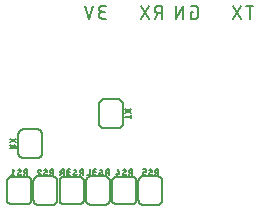
<source format=gbr>
G04 EAGLE Gerber RS-274X export*
G75*
%MOMM*%
%FSLAX34Y34*%
%LPD*%
%INSilkscreen Bottom*%
%IPPOS*%
%AMOC8*
5,1,8,0,0,1.08239X$1,22.5*%
G01*
G04 Define Apertures*
%ADD10C,0.203200*%
%ADD11C,0.127000*%
%ADD12C,0.152400*%
D10*
X301614Y276447D02*
X301614Y287115D01*
X298651Y287115D02*
X304578Y287115D01*
X294502Y276447D02*
X287390Y287115D01*
X294502Y287115D02*
X287390Y276447D01*
X253566Y282374D02*
X251788Y282374D01*
X251788Y276447D01*
X255344Y276447D01*
X255439Y276449D01*
X255535Y276455D01*
X255630Y276464D01*
X255724Y276478D01*
X255818Y276495D01*
X255911Y276516D01*
X256004Y276541D01*
X256095Y276569D01*
X256185Y276601D01*
X256273Y276637D01*
X256360Y276676D01*
X256446Y276719D01*
X256530Y276765D01*
X256611Y276814D01*
X256691Y276867D01*
X256768Y276923D01*
X256844Y276981D01*
X256916Y277043D01*
X256986Y277108D01*
X257054Y277176D01*
X257119Y277246D01*
X257181Y277318D01*
X257239Y277394D01*
X257295Y277471D01*
X257348Y277551D01*
X257397Y277633D01*
X257443Y277716D01*
X257486Y277802D01*
X257525Y277889D01*
X257561Y277977D01*
X257593Y278067D01*
X257621Y278158D01*
X257646Y278251D01*
X257667Y278344D01*
X257684Y278438D01*
X257698Y278532D01*
X257707Y278627D01*
X257713Y278723D01*
X257715Y278818D01*
X257715Y284745D01*
X257713Y284840D01*
X257707Y284936D01*
X257698Y285031D01*
X257684Y285125D01*
X257667Y285219D01*
X257646Y285312D01*
X257621Y285405D01*
X257593Y285496D01*
X257561Y285586D01*
X257525Y285674D01*
X257486Y285761D01*
X257443Y285847D01*
X257397Y285930D01*
X257348Y286012D01*
X257295Y286092D01*
X257239Y286169D01*
X257181Y286245D01*
X257119Y286317D01*
X257054Y286387D01*
X256986Y286455D01*
X256916Y286520D01*
X256844Y286582D01*
X256768Y286640D01*
X256691Y286696D01*
X256611Y286749D01*
X256530Y286798D01*
X256446Y286844D01*
X256360Y286887D01*
X256273Y286926D01*
X256185Y286962D01*
X256095Y286994D01*
X256004Y287022D01*
X255911Y287047D01*
X255818Y287068D01*
X255724Y287085D01*
X255630Y287099D01*
X255535Y287108D01*
X255440Y287114D01*
X255344Y287116D01*
X255344Y287115D02*
X251788Y287115D01*
X245523Y287115D02*
X245523Y276447D01*
X239596Y276447D02*
X245523Y287115D01*
X239596Y287115D02*
X239596Y276447D01*
X227124Y276447D02*
X227124Y287115D01*
X224161Y287115D01*
X224054Y287113D01*
X223947Y287107D01*
X223841Y287098D01*
X223735Y287084D01*
X223629Y287067D01*
X223524Y287046D01*
X223420Y287021D01*
X223317Y286992D01*
X223215Y286960D01*
X223114Y286924D01*
X223015Y286884D01*
X222917Y286841D01*
X222821Y286794D01*
X222726Y286744D01*
X222633Y286691D01*
X222543Y286634D01*
X222454Y286574D01*
X222368Y286511D01*
X222284Y286445D01*
X222202Y286375D01*
X222123Y286303D01*
X222047Y286228D01*
X221973Y286150D01*
X221903Y286070D01*
X221835Y285987D01*
X221770Y285902D01*
X221709Y285815D01*
X221650Y285725D01*
X221595Y285634D01*
X221543Y285540D01*
X221495Y285444D01*
X221450Y285347D01*
X221408Y285249D01*
X221371Y285149D01*
X221336Y285047D01*
X221306Y284945D01*
X221279Y284841D01*
X221256Y284737D01*
X221237Y284631D01*
X221222Y284525D01*
X221210Y284419D01*
X221202Y284312D01*
X221198Y284205D01*
X221198Y284099D01*
X221202Y283992D01*
X221210Y283885D01*
X221222Y283779D01*
X221237Y283673D01*
X221256Y283567D01*
X221279Y283463D01*
X221306Y283359D01*
X221336Y283257D01*
X221371Y283155D01*
X221408Y283055D01*
X221450Y282957D01*
X221495Y282860D01*
X221543Y282764D01*
X221595Y282671D01*
X221650Y282579D01*
X221709Y282489D01*
X221770Y282402D01*
X221835Y282317D01*
X221903Y282234D01*
X221973Y282154D01*
X222047Y282076D01*
X222123Y282001D01*
X222202Y281929D01*
X222284Y281859D01*
X222368Y281793D01*
X222454Y281730D01*
X222543Y281670D01*
X222633Y281613D01*
X222726Y281560D01*
X222821Y281510D01*
X222917Y281463D01*
X223015Y281420D01*
X223114Y281380D01*
X223215Y281344D01*
X223317Y281312D01*
X223420Y281283D01*
X223524Y281258D01*
X223629Y281237D01*
X223735Y281220D01*
X223841Y281206D01*
X223947Y281197D01*
X224054Y281191D01*
X224161Y281189D01*
X227124Y281189D01*
X223568Y281189D02*
X221198Y276447D01*
X216398Y276447D02*
X209286Y287115D01*
X216398Y287115D02*
X209286Y276447D01*
X179991Y276447D02*
X177028Y276447D01*
X177028Y276448D02*
X176921Y276450D01*
X176814Y276456D01*
X176708Y276465D01*
X176602Y276479D01*
X176496Y276496D01*
X176391Y276517D01*
X176287Y276542D01*
X176184Y276571D01*
X176082Y276603D01*
X175981Y276639D01*
X175882Y276679D01*
X175784Y276722D01*
X175688Y276769D01*
X175593Y276819D01*
X175500Y276872D01*
X175410Y276929D01*
X175321Y276989D01*
X175235Y277052D01*
X175151Y277118D01*
X175069Y277188D01*
X174990Y277260D01*
X174914Y277335D01*
X174840Y277413D01*
X174770Y277493D01*
X174702Y277576D01*
X174637Y277661D01*
X174576Y277748D01*
X174517Y277838D01*
X174462Y277930D01*
X174410Y278023D01*
X174362Y278119D01*
X174317Y278216D01*
X174275Y278314D01*
X174238Y278414D01*
X174203Y278516D01*
X174173Y278618D01*
X174146Y278722D01*
X174123Y278826D01*
X174104Y278932D01*
X174089Y279038D01*
X174077Y279144D01*
X174069Y279251D01*
X174065Y279358D01*
X174065Y279464D01*
X174069Y279571D01*
X174077Y279678D01*
X174089Y279784D01*
X174104Y279890D01*
X174123Y279996D01*
X174146Y280100D01*
X174173Y280204D01*
X174203Y280306D01*
X174238Y280408D01*
X174275Y280508D01*
X174317Y280606D01*
X174362Y280703D01*
X174410Y280799D01*
X174462Y280893D01*
X174517Y280984D01*
X174576Y281074D01*
X174637Y281161D01*
X174702Y281246D01*
X174770Y281329D01*
X174840Y281409D01*
X174914Y281487D01*
X174990Y281562D01*
X175069Y281634D01*
X175151Y281704D01*
X175235Y281770D01*
X175321Y281833D01*
X175410Y281893D01*
X175500Y281950D01*
X175593Y282003D01*
X175688Y282053D01*
X175784Y282100D01*
X175882Y282143D01*
X175981Y282183D01*
X176082Y282219D01*
X176184Y282251D01*
X176287Y282280D01*
X176391Y282305D01*
X176496Y282326D01*
X176602Y282343D01*
X176708Y282357D01*
X176814Y282366D01*
X176921Y282372D01*
X177028Y282374D01*
X176435Y287115D02*
X179991Y287115D01*
X176435Y287116D02*
X176338Y287114D01*
X176242Y287108D01*
X176146Y287098D01*
X176050Y287084D01*
X175955Y287067D01*
X175860Y287045D01*
X175767Y287020D01*
X175675Y286991D01*
X175584Y286958D01*
X175494Y286921D01*
X175406Y286881D01*
X175320Y286837D01*
X175236Y286790D01*
X175153Y286740D01*
X175073Y286686D01*
X174995Y286628D01*
X174919Y286568D01*
X174846Y286505D01*
X174776Y286439D01*
X174708Y286369D01*
X174643Y286298D01*
X174581Y286223D01*
X174523Y286146D01*
X174467Y286067D01*
X174415Y285986D01*
X174366Y285902D01*
X174320Y285817D01*
X174278Y285730D01*
X174240Y285641D01*
X174205Y285551D01*
X174174Y285459D01*
X174147Y285366D01*
X174123Y285273D01*
X174104Y285178D01*
X174088Y285082D01*
X174076Y284986D01*
X174068Y284890D01*
X174064Y284793D01*
X174064Y284697D01*
X174068Y284600D01*
X174076Y284504D01*
X174088Y284408D01*
X174104Y284312D01*
X174123Y284217D01*
X174147Y284124D01*
X174174Y284031D01*
X174205Y283939D01*
X174240Y283849D01*
X174278Y283760D01*
X174320Y283673D01*
X174366Y283588D01*
X174415Y283504D01*
X174467Y283423D01*
X174523Y283344D01*
X174581Y283267D01*
X174643Y283192D01*
X174708Y283121D01*
X174776Y283051D01*
X174846Y282985D01*
X174919Y282922D01*
X174995Y282862D01*
X175073Y282804D01*
X175153Y282750D01*
X175236Y282700D01*
X175320Y282653D01*
X175406Y282609D01*
X175494Y282569D01*
X175584Y282532D01*
X175675Y282499D01*
X175767Y282470D01*
X175860Y282445D01*
X175955Y282423D01*
X176050Y282406D01*
X176146Y282392D01*
X176242Y282382D01*
X176338Y282376D01*
X176435Y282374D01*
X178806Y282374D01*
X169154Y287115D02*
X165598Y276447D01*
X162042Y287115D01*
X138748Y138589D02*
X138748Y123349D01*
X123000Y118777D02*
X122867Y118779D01*
X122734Y118785D01*
X122602Y118794D01*
X122469Y118808D01*
X122337Y118825D01*
X122206Y118846D01*
X122075Y118871D01*
X121946Y118900D01*
X121817Y118933D01*
X121689Y118969D01*
X121562Y119009D01*
X121436Y119053D01*
X121312Y119100D01*
X121189Y119151D01*
X121068Y119205D01*
X120948Y119263D01*
X120830Y119325D01*
X120714Y119390D01*
X120600Y119458D01*
X120488Y119529D01*
X120378Y119604D01*
X120270Y119682D01*
X120164Y119763D01*
X120061Y119847D01*
X119961Y119934D01*
X119863Y120023D01*
X119767Y120116D01*
X119674Y120212D01*
X119585Y120310D01*
X119498Y120410D01*
X119414Y120513D01*
X119333Y120619D01*
X119255Y120727D01*
X119180Y120837D01*
X119109Y120949D01*
X119041Y121063D01*
X118976Y121179D01*
X118914Y121297D01*
X118856Y121417D01*
X118802Y121538D01*
X118751Y121661D01*
X118704Y121785D01*
X118660Y121911D01*
X118620Y122038D01*
X118584Y122166D01*
X118551Y122295D01*
X118522Y122424D01*
X118497Y122555D01*
X118476Y122686D01*
X118459Y122818D01*
X118445Y122951D01*
X118436Y123083D01*
X118430Y123216D01*
X118428Y123349D01*
X118428Y138589D02*
X118430Y138722D01*
X118436Y138855D01*
X118445Y138987D01*
X118459Y139120D01*
X118476Y139252D01*
X118497Y139383D01*
X118522Y139514D01*
X118551Y139643D01*
X118584Y139772D01*
X118620Y139900D01*
X118660Y140027D01*
X118704Y140153D01*
X118751Y140277D01*
X118802Y140400D01*
X118856Y140521D01*
X118914Y140641D01*
X118976Y140759D01*
X119041Y140875D01*
X119109Y140989D01*
X119180Y141101D01*
X119255Y141211D01*
X119333Y141319D01*
X119414Y141425D01*
X119498Y141528D01*
X119585Y141628D01*
X119674Y141726D01*
X119767Y141822D01*
X119863Y141915D01*
X119961Y142004D01*
X120061Y142091D01*
X120164Y142175D01*
X120270Y142256D01*
X120378Y142334D01*
X120488Y142409D01*
X120600Y142480D01*
X120714Y142548D01*
X120830Y142613D01*
X120948Y142675D01*
X121068Y142733D01*
X121189Y142787D01*
X121312Y142838D01*
X121436Y142885D01*
X121562Y142929D01*
X121689Y142969D01*
X121817Y143005D01*
X121946Y143038D01*
X122075Y143067D01*
X122206Y143092D01*
X122337Y143113D01*
X122469Y143130D01*
X122602Y143144D01*
X122734Y143153D01*
X122867Y143159D01*
X123000Y143161D01*
X134176Y143161D02*
X134309Y143159D01*
X134442Y143153D01*
X134574Y143144D01*
X134707Y143130D01*
X134839Y143113D01*
X134970Y143092D01*
X135101Y143067D01*
X135230Y143038D01*
X135359Y143005D01*
X135487Y142969D01*
X135614Y142929D01*
X135740Y142885D01*
X135864Y142838D01*
X135987Y142787D01*
X136108Y142733D01*
X136228Y142675D01*
X136346Y142613D01*
X136462Y142548D01*
X136576Y142480D01*
X136688Y142409D01*
X136798Y142334D01*
X136906Y142256D01*
X137012Y142175D01*
X137115Y142091D01*
X137215Y142004D01*
X137313Y141915D01*
X137409Y141822D01*
X137502Y141726D01*
X137591Y141628D01*
X137678Y141528D01*
X137762Y141425D01*
X137843Y141319D01*
X137921Y141211D01*
X137996Y141101D01*
X138067Y140989D01*
X138135Y140875D01*
X138200Y140759D01*
X138262Y140641D01*
X138320Y140521D01*
X138374Y140400D01*
X138425Y140277D01*
X138472Y140153D01*
X138516Y140027D01*
X138556Y139900D01*
X138592Y139772D01*
X138625Y139643D01*
X138654Y139514D01*
X138679Y139383D01*
X138700Y139252D01*
X138717Y139120D01*
X138731Y138987D01*
X138740Y138855D01*
X138746Y138722D01*
X138748Y138589D01*
X138748Y123349D02*
X138746Y123216D01*
X138740Y123083D01*
X138731Y122951D01*
X138717Y122818D01*
X138700Y122686D01*
X138679Y122555D01*
X138654Y122424D01*
X138625Y122295D01*
X138592Y122166D01*
X138556Y122038D01*
X138516Y121911D01*
X138472Y121785D01*
X138425Y121661D01*
X138374Y121538D01*
X138320Y121417D01*
X138262Y121297D01*
X138200Y121179D01*
X138135Y121063D01*
X138067Y120949D01*
X137996Y120837D01*
X137921Y120727D01*
X137843Y120619D01*
X137762Y120513D01*
X137678Y120410D01*
X137591Y120310D01*
X137502Y120212D01*
X137409Y120116D01*
X137313Y120023D01*
X137215Y119934D01*
X137115Y119847D01*
X137012Y119763D01*
X136906Y119682D01*
X136798Y119604D01*
X136688Y119529D01*
X136576Y119458D01*
X136462Y119390D01*
X136346Y119325D01*
X136228Y119263D01*
X136108Y119205D01*
X135987Y119151D01*
X135864Y119100D01*
X135740Y119053D01*
X135614Y119009D01*
X135487Y118969D01*
X135359Y118933D01*
X135230Y118900D01*
X135101Y118871D01*
X134970Y118846D01*
X134839Y118825D01*
X134707Y118808D01*
X134574Y118794D01*
X134442Y118785D01*
X134309Y118779D01*
X134176Y118777D01*
X123000Y118777D01*
X123000Y143161D02*
X134176Y143161D01*
X118428Y138589D02*
X118428Y123349D01*
D11*
X135200Y143828D02*
X135200Y148654D01*
X133859Y148654D01*
X133788Y148652D01*
X133716Y148646D01*
X133646Y148637D01*
X133576Y148624D01*
X133506Y148607D01*
X133438Y148586D01*
X133371Y148562D01*
X133305Y148534D01*
X133241Y148503D01*
X133178Y148468D01*
X133118Y148430D01*
X133059Y148389D01*
X133003Y148345D01*
X132949Y148298D01*
X132898Y148249D01*
X132850Y148196D01*
X132804Y148141D01*
X132762Y148084D01*
X132722Y148024D01*
X132686Y147963D01*
X132653Y147899D01*
X132624Y147834D01*
X132598Y147768D01*
X132575Y147700D01*
X132556Y147631D01*
X132541Y147561D01*
X132530Y147491D01*
X132522Y147420D01*
X132518Y147349D01*
X132518Y147277D01*
X132522Y147206D01*
X132530Y147135D01*
X132541Y147065D01*
X132556Y146995D01*
X132575Y146926D01*
X132598Y146858D01*
X132624Y146792D01*
X132653Y146727D01*
X132686Y146663D01*
X132722Y146602D01*
X132762Y146542D01*
X132804Y146485D01*
X132850Y146430D01*
X132898Y146377D01*
X132949Y146328D01*
X133003Y146281D01*
X133059Y146237D01*
X133118Y146196D01*
X133178Y146158D01*
X133241Y146123D01*
X133305Y146092D01*
X133371Y146064D01*
X133438Y146040D01*
X133506Y146019D01*
X133576Y146002D01*
X133646Y145989D01*
X133716Y145980D01*
X133788Y145974D01*
X133859Y145972D01*
X135200Y145972D01*
X133591Y145972D02*
X132519Y143828D01*
X128351Y143828D02*
X128286Y143830D01*
X128222Y143836D01*
X128158Y143846D01*
X128094Y143859D01*
X128032Y143877D01*
X127971Y143898D01*
X127911Y143922D01*
X127853Y143951D01*
X127796Y143983D01*
X127742Y144018D01*
X127690Y144056D01*
X127640Y144098D01*
X127593Y144142D01*
X127549Y144189D01*
X127507Y144239D01*
X127469Y144291D01*
X127434Y144345D01*
X127402Y144402D01*
X127373Y144460D01*
X127349Y144520D01*
X127328Y144581D01*
X127310Y144643D01*
X127297Y144707D01*
X127287Y144771D01*
X127281Y144835D01*
X127279Y144900D01*
X128351Y143827D02*
X128445Y143829D01*
X128539Y143835D01*
X128633Y143845D01*
X128726Y143858D01*
X128818Y143876D01*
X128910Y143897D01*
X129001Y143922D01*
X129091Y143951D01*
X129179Y143984D01*
X129266Y144020D01*
X129351Y144060D01*
X129435Y144103D01*
X129516Y144150D01*
X129596Y144200D01*
X129674Y144253D01*
X129749Y144310D01*
X129822Y144369D01*
X129892Y144432D01*
X129960Y144497D01*
X129825Y147581D02*
X129823Y147646D01*
X129817Y147710D01*
X129807Y147774D01*
X129794Y147838D01*
X129776Y147900D01*
X129755Y147961D01*
X129731Y148021D01*
X129702Y148079D01*
X129670Y148136D01*
X129635Y148190D01*
X129597Y148242D01*
X129555Y148292D01*
X129511Y148339D01*
X129464Y148383D01*
X129414Y148425D01*
X129362Y148463D01*
X129308Y148498D01*
X129251Y148530D01*
X129193Y148559D01*
X129133Y148583D01*
X129072Y148604D01*
X129010Y148622D01*
X128946Y148635D01*
X128882Y148645D01*
X128818Y148651D01*
X128753Y148653D01*
X128753Y148654D02*
X128667Y148652D01*
X128581Y148647D01*
X128495Y148637D01*
X128410Y148624D01*
X128325Y148608D01*
X128241Y148588D01*
X128158Y148564D01*
X128076Y148537D01*
X127996Y148506D01*
X127916Y148472D01*
X127839Y148434D01*
X127763Y148393D01*
X127689Y148349D01*
X127616Y148302D01*
X127546Y148252D01*
X129290Y146643D02*
X129343Y146676D01*
X129394Y146713D01*
X129443Y146752D01*
X129490Y146794D01*
X129534Y146839D01*
X129575Y146886D01*
X129614Y146935D01*
X129650Y146987D01*
X129683Y147041D01*
X129712Y147096D01*
X129738Y147153D01*
X129761Y147212D01*
X129781Y147271D01*
X129797Y147332D01*
X129810Y147393D01*
X129819Y147456D01*
X129824Y147518D01*
X129826Y147581D01*
X127815Y145838D02*
X127762Y145805D01*
X127711Y145768D01*
X127662Y145729D01*
X127615Y145687D01*
X127571Y145642D01*
X127530Y145595D01*
X127491Y145546D01*
X127455Y145494D01*
X127422Y145440D01*
X127393Y145385D01*
X127367Y145328D01*
X127344Y145269D01*
X127324Y145210D01*
X127308Y145149D01*
X127295Y145088D01*
X127286Y145025D01*
X127281Y144963D01*
X127279Y144900D01*
X127815Y145838D02*
X129290Y146643D01*
X123182Y148654D02*
X123114Y148652D01*
X123047Y148646D01*
X122980Y148637D01*
X122913Y148624D01*
X122848Y148607D01*
X122783Y148586D01*
X122720Y148562D01*
X122658Y148534D01*
X122598Y148503D01*
X122540Y148469D01*
X122484Y148431D01*
X122429Y148391D01*
X122378Y148347D01*
X122329Y148300D01*
X122282Y148251D01*
X122238Y148200D01*
X122198Y148145D01*
X122160Y148089D01*
X122126Y148031D01*
X122095Y147971D01*
X122067Y147909D01*
X122043Y147846D01*
X122022Y147781D01*
X122005Y147716D01*
X121992Y147649D01*
X121983Y147582D01*
X121977Y147515D01*
X121975Y147447D01*
X123182Y148654D02*
X123260Y148652D01*
X123338Y148646D01*
X123415Y148636D01*
X123492Y148623D01*
X123568Y148605D01*
X123643Y148584D01*
X123717Y148559D01*
X123789Y148530D01*
X123860Y148498D01*
X123929Y148462D01*
X123997Y148423D01*
X124062Y148380D01*
X124125Y148334D01*
X124186Y148285D01*
X124244Y148233D01*
X124299Y148178D01*
X124352Y148121D01*
X124401Y148061D01*
X124448Y147998D01*
X124491Y147933D01*
X124531Y147867D01*
X124568Y147798D01*
X124601Y147727D01*
X124631Y147655D01*
X124657Y147581D01*
X122377Y146509D02*
X122328Y146558D01*
X122281Y146610D01*
X122238Y146665D01*
X122197Y146722D01*
X122159Y146781D01*
X122125Y146842D01*
X122094Y146905D01*
X122066Y146969D01*
X122042Y147035D01*
X122022Y147101D01*
X122005Y147169D01*
X121992Y147238D01*
X121983Y147307D01*
X121977Y147377D01*
X121975Y147447D01*
X122377Y146509D02*
X124656Y143828D01*
X121975Y143828D01*
D10*
X183198Y138589D02*
X183198Y123349D01*
X167450Y118777D02*
X167317Y118779D01*
X167184Y118785D01*
X167052Y118794D01*
X166919Y118808D01*
X166787Y118825D01*
X166656Y118846D01*
X166525Y118871D01*
X166396Y118900D01*
X166267Y118933D01*
X166139Y118969D01*
X166012Y119009D01*
X165886Y119053D01*
X165762Y119100D01*
X165639Y119151D01*
X165518Y119205D01*
X165398Y119263D01*
X165280Y119325D01*
X165164Y119390D01*
X165050Y119458D01*
X164938Y119529D01*
X164828Y119604D01*
X164720Y119682D01*
X164614Y119763D01*
X164511Y119847D01*
X164411Y119934D01*
X164313Y120023D01*
X164217Y120116D01*
X164124Y120212D01*
X164035Y120310D01*
X163948Y120410D01*
X163864Y120513D01*
X163783Y120619D01*
X163705Y120727D01*
X163630Y120837D01*
X163559Y120949D01*
X163491Y121063D01*
X163426Y121179D01*
X163364Y121297D01*
X163306Y121417D01*
X163252Y121538D01*
X163201Y121661D01*
X163154Y121785D01*
X163110Y121911D01*
X163070Y122038D01*
X163034Y122166D01*
X163001Y122295D01*
X162972Y122424D01*
X162947Y122555D01*
X162926Y122686D01*
X162909Y122818D01*
X162895Y122951D01*
X162886Y123083D01*
X162880Y123216D01*
X162878Y123349D01*
X162878Y138589D02*
X162880Y138722D01*
X162886Y138855D01*
X162895Y138987D01*
X162909Y139120D01*
X162926Y139252D01*
X162947Y139383D01*
X162972Y139514D01*
X163001Y139643D01*
X163034Y139772D01*
X163070Y139900D01*
X163110Y140027D01*
X163154Y140153D01*
X163201Y140277D01*
X163252Y140400D01*
X163306Y140521D01*
X163364Y140641D01*
X163426Y140759D01*
X163491Y140875D01*
X163559Y140989D01*
X163630Y141101D01*
X163705Y141211D01*
X163783Y141319D01*
X163864Y141425D01*
X163948Y141528D01*
X164035Y141628D01*
X164124Y141726D01*
X164217Y141822D01*
X164313Y141915D01*
X164411Y142004D01*
X164511Y142091D01*
X164614Y142175D01*
X164720Y142256D01*
X164828Y142334D01*
X164938Y142409D01*
X165050Y142480D01*
X165164Y142548D01*
X165280Y142613D01*
X165398Y142675D01*
X165518Y142733D01*
X165639Y142787D01*
X165762Y142838D01*
X165886Y142885D01*
X166012Y142929D01*
X166139Y142969D01*
X166267Y143005D01*
X166396Y143038D01*
X166525Y143067D01*
X166656Y143092D01*
X166787Y143113D01*
X166919Y143130D01*
X167052Y143144D01*
X167184Y143153D01*
X167317Y143159D01*
X167450Y143161D01*
X178626Y143161D02*
X178759Y143159D01*
X178892Y143153D01*
X179024Y143144D01*
X179157Y143130D01*
X179289Y143113D01*
X179420Y143092D01*
X179551Y143067D01*
X179680Y143038D01*
X179809Y143005D01*
X179937Y142969D01*
X180064Y142929D01*
X180190Y142885D01*
X180314Y142838D01*
X180437Y142787D01*
X180558Y142733D01*
X180678Y142675D01*
X180796Y142613D01*
X180912Y142548D01*
X181026Y142480D01*
X181138Y142409D01*
X181248Y142334D01*
X181356Y142256D01*
X181462Y142175D01*
X181565Y142091D01*
X181665Y142004D01*
X181763Y141915D01*
X181859Y141822D01*
X181952Y141726D01*
X182041Y141628D01*
X182128Y141528D01*
X182212Y141425D01*
X182293Y141319D01*
X182371Y141211D01*
X182446Y141101D01*
X182517Y140989D01*
X182585Y140875D01*
X182650Y140759D01*
X182712Y140641D01*
X182770Y140521D01*
X182824Y140400D01*
X182875Y140277D01*
X182922Y140153D01*
X182966Y140027D01*
X183006Y139900D01*
X183042Y139772D01*
X183075Y139643D01*
X183104Y139514D01*
X183129Y139383D01*
X183150Y139252D01*
X183167Y139120D01*
X183181Y138987D01*
X183190Y138855D01*
X183196Y138722D01*
X183198Y138589D01*
X183198Y123349D02*
X183196Y123216D01*
X183190Y123083D01*
X183181Y122951D01*
X183167Y122818D01*
X183150Y122686D01*
X183129Y122555D01*
X183104Y122424D01*
X183075Y122295D01*
X183042Y122166D01*
X183006Y122038D01*
X182966Y121911D01*
X182922Y121785D01*
X182875Y121661D01*
X182824Y121538D01*
X182770Y121417D01*
X182712Y121297D01*
X182650Y121179D01*
X182585Y121063D01*
X182517Y120949D01*
X182446Y120837D01*
X182371Y120727D01*
X182293Y120619D01*
X182212Y120513D01*
X182128Y120410D01*
X182041Y120310D01*
X181952Y120212D01*
X181859Y120116D01*
X181763Y120023D01*
X181665Y119934D01*
X181565Y119847D01*
X181462Y119763D01*
X181356Y119682D01*
X181248Y119604D01*
X181138Y119529D01*
X181026Y119458D01*
X180912Y119390D01*
X180796Y119325D01*
X180678Y119263D01*
X180558Y119205D01*
X180437Y119151D01*
X180314Y119100D01*
X180190Y119053D01*
X180064Y119009D01*
X179937Y118969D01*
X179809Y118933D01*
X179680Y118900D01*
X179551Y118871D01*
X179420Y118846D01*
X179289Y118825D01*
X179157Y118808D01*
X179024Y118794D01*
X178892Y118785D01*
X178759Y118779D01*
X178626Y118777D01*
X167450Y118777D01*
X167450Y143161D02*
X178626Y143161D01*
X162878Y138589D02*
X162878Y123349D01*
D11*
X182226Y143828D02*
X182226Y148654D01*
X180885Y148654D01*
X180814Y148652D01*
X180742Y148646D01*
X180672Y148637D01*
X180602Y148624D01*
X180532Y148607D01*
X180464Y148586D01*
X180397Y148562D01*
X180331Y148534D01*
X180267Y148503D01*
X180204Y148468D01*
X180144Y148430D01*
X180085Y148389D01*
X180029Y148345D01*
X179975Y148298D01*
X179924Y148249D01*
X179876Y148196D01*
X179830Y148141D01*
X179788Y148084D01*
X179748Y148024D01*
X179712Y147963D01*
X179679Y147899D01*
X179650Y147834D01*
X179624Y147768D01*
X179601Y147700D01*
X179582Y147631D01*
X179567Y147561D01*
X179556Y147491D01*
X179548Y147420D01*
X179544Y147349D01*
X179544Y147277D01*
X179548Y147206D01*
X179556Y147135D01*
X179567Y147065D01*
X179582Y146995D01*
X179601Y146926D01*
X179624Y146858D01*
X179650Y146792D01*
X179679Y146727D01*
X179712Y146663D01*
X179748Y146602D01*
X179788Y146542D01*
X179830Y146485D01*
X179876Y146430D01*
X179924Y146377D01*
X179975Y146328D01*
X180029Y146281D01*
X180085Y146237D01*
X180144Y146196D01*
X180204Y146158D01*
X180267Y146123D01*
X180331Y146092D01*
X180397Y146064D01*
X180464Y146040D01*
X180532Y146019D01*
X180602Y146002D01*
X180672Y145989D01*
X180742Y145980D01*
X180814Y145974D01*
X180885Y145972D01*
X182226Y145972D01*
X180617Y145972D02*
X179545Y143828D01*
X175378Y143828D02*
X175313Y143830D01*
X175249Y143836D01*
X175185Y143846D01*
X175121Y143859D01*
X175059Y143877D01*
X174998Y143898D01*
X174938Y143922D01*
X174880Y143951D01*
X174823Y143983D01*
X174769Y144018D01*
X174717Y144056D01*
X174667Y144098D01*
X174620Y144142D01*
X174576Y144189D01*
X174534Y144239D01*
X174496Y144291D01*
X174461Y144345D01*
X174429Y144402D01*
X174400Y144460D01*
X174376Y144520D01*
X174355Y144581D01*
X174337Y144643D01*
X174324Y144707D01*
X174314Y144771D01*
X174308Y144835D01*
X174306Y144900D01*
X175378Y143827D02*
X175472Y143829D01*
X175566Y143835D01*
X175660Y143845D01*
X175753Y143858D01*
X175845Y143876D01*
X175937Y143897D01*
X176028Y143922D01*
X176118Y143951D01*
X176206Y143984D01*
X176293Y144020D01*
X176378Y144060D01*
X176462Y144103D01*
X176543Y144150D01*
X176623Y144200D01*
X176701Y144253D01*
X176776Y144310D01*
X176849Y144369D01*
X176919Y144432D01*
X176987Y144497D01*
X176852Y147581D02*
X176850Y147646D01*
X176844Y147710D01*
X176834Y147774D01*
X176821Y147838D01*
X176803Y147900D01*
X176782Y147961D01*
X176758Y148021D01*
X176729Y148079D01*
X176697Y148136D01*
X176662Y148190D01*
X176624Y148242D01*
X176582Y148292D01*
X176538Y148339D01*
X176491Y148383D01*
X176441Y148425D01*
X176389Y148463D01*
X176335Y148498D01*
X176278Y148530D01*
X176220Y148559D01*
X176160Y148583D01*
X176099Y148604D01*
X176037Y148622D01*
X175973Y148635D01*
X175909Y148645D01*
X175845Y148651D01*
X175780Y148653D01*
X175780Y148654D02*
X175694Y148652D01*
X175608Y148647D01*
X175522Y148637D01*
X175437Y148624D01*
X175352Y148608D01*
X175268Y148588D01*
X175185Y148564D01*
X175103Y148537D01*
X175023Y148506D01*
X174943Y148472D01*
X174866Y148434D01*
X174790Y148393D01*
X174716Y148349D01*
X174643Y148302D01*
X174573Y148252D01*
X176316Y146643D02*
X176369Y146676D01*
X176420Y146713D01*
X176469Y146752D01*
X176516Y146794D01*
X176560Y146839D01*
X176601Y146886D01*
X176640Y146935D01*
X176676Y146987D01*
X176709Y147041D01*
X176738Y147096D01*
X176764Y147153D01*
X176787Y147212D01*
X176807Y147271D01*
X176823Y147332D01*
X176836Y147393D01*
X176845Y147456D01*
X176850Y147518D01*
X176852Y147581D01*
X174841Y145838D02*
X174788Y145805D01*
X174737Y145768D01*
X174688Y145729D01*
X174641Y145687D01*
X174597Y145642D01*
X174556Y145595D01*
X174517Y145546D01*
X174481Y145494D01*
X174448Y145440D01*
X174419Y145385D01*
X174393Y145328D01*
X174370Y145269D01*
X174350Y145210D01*
X174334Y145149D01*
X174321Y145088D01*
X174312Y145025D01*
X174307Y144963D01*
X174305Y144900D01*
X174841Y145838D02*
X176316Y146643D01*
X171683Y143828D02*
X170342Y143828D01*
X170342Y143827D02*
X170271Y143829D01*
X170199Y143835D01*
X170129Y143844D01*
X170059Y143857D01*
X169989Y143874D01*
X169921Y143895D01*
X169854Y143919D01*
X169788Y143947D01*
X169724Y143978D01*
X169661Y144013D01*
X169601Y144051D01*
X169542Y144092D01*
X169486Y144136D01*
X169432Y144183D01*
X169381Y144232D01*
X169333Y144285D01*
X169287Y144340D01*
X169245Y144397D01*
X169205Y144457D01*
X169169Y144518D01*
X169136Y144582D01*
X169107Y144647D01*
X169081Y144713D01*
X169058Y144781D01*
X169039Y144850D01*
X169024Y144920D01*
X169013Y144990D01*
X169005Y145061D01*
X169001Y145132D01*
X169001Y145204D01*
X169005Y145275D01*
X169013Y145346D01*
X169024Y145416D01*
X169039Y145486D01*
X169058Y145555D01*
X169081Y145623D01*
X169107Y145689D01*
X169136Y145754D01*
X169169Y145818D01*
X169205Y145879D01*
X169245Y145939D01*
X169287Y145996D01*
X169333Y146051D01*
X169381Y146104D01*
X169432Y146153D01*
X169486Y146200D01*
X169542Y146244D01*
X169601Y146285D01*
X169661Y146323D01*
X169724Y146358D01*
X169788Y146389D01*
X169854Y146417D01*
X169921Y146441D01*
X169989Y146462D01*
X170059Y146479D01*
X170129Y146492D01*
X170199Y146501D01*
X170271Y146507D01*
X170342Y146509D01*
X170074Y148654D02*
X171683Y148654D01*
X170074Y148653D02*
X170009Y148651D01*
X169945Y148645D01*
X169881Y148635D01*
X169817Y148622D01*
X169755Y148604D01*
X169694Y148583D01*
X169634Y148559D01*
X169576Y148530D01*
X169519Y148498D01*
X169465Y148463D01*
X169413Y148425D01*
X169363Y148383D01*
X169316Y148339D01*
X169272Y148292D01*
X169230Y148242D01*
X169192Y148190D01*
X169157Y148136D01*
X169125Y148079D01*
X169096Y148021D01*
X169072Y147961D01*
X169051Y147900D01*
X169033Y147838D01*
X169020Y147774D01*
X169010Y147710D01*
X169004Y147646D01*
X169002Y147581D01*
X169004Y147516D01*
X169010Y147452D01*
X169020Y147388D01*
X169033Y147324D01*
X169051Y147262D01*
X169072Y147201D01*
X169096Y147141D01*
X169125Y147083D01*
X169157Y147026D01*
X169192Y146972D01*
X169230Y146920D01*
X169272Y146870D01*
X169316Y146823D01*
X169363Y146779D01*
X169413Y146737D01*
X169465Y146699D01*
X169519Y146664D01*
X169576Y146632D01*
X169634Y146603D01*
X169694Y146579D01*
X169755Y146558D01*
X169817Y146540D01*
X169881Y146527D01*
X169945Y146517D01*
X170009Y146511D01*
X170074Y146509D01*
X171146Y146509D01*
X165994Y148654D02*
X165994Y143828D01*
X163849Y143828D01*
D12*
X160973Y139605D02*
X160973Y122333D01*
X143193Y119793D02*
X143093Y119795D01*
X142994Y119801D01*
X142894Y119811D01*
X142796Y119824D01*
X142697Y119842D01*
X142600Y119863D01*
X142504Y119888D01*
X142408Y119917D01*
X142314Y119950D01*
X142221Y119986D01*
X142130Y120026D01*
X142040Y120070D01*
X141952Y120117D01*
X141866Y120167D01*
X141782Y120221D01*
X141700Y120278D01*
X141621Y120338D01*
X141543Y120402D01*
X141469Y120468D01*
X141397Y120537D01*
X141328Y120609D01*
X141262Y120683D01*
X141198Y120761D01*
X141138Y120840D01*
X141081Y120922D01*
X141027Y121006D01*
X140977Y121092D01*
X140930Y121180D01*
X140886Y121270D01*
X140846Y121361D01*
X140810Y121454D01*
X140777Y121548D01*
X140748Y121644D01*
X140723Y121740D01*
X140702Y121837D01*
X140684Y121936D01*
X140671Y122034D01*
X140661Y122134D01*
X140655Y122233D01*
X140653Y122333D01*
X140653Y139605D02*
X140655Y139705D01*
X140661Y139804D01*
X140671Y139904D01*
X140684Y140002D01*
X140702Y140101D01*
X140723Y140198D01*
X140748Y140294D01*
X140777Y140390D01*
X140810Y140484D01*
X140846Y140577D01*
X140886Y140668D01*
X140930Y140758D01*
X140977Y140846D01*
X141027Y140932D01*
X141081Y141016D01*
X141138Y141098D01*
X141198Y141177D01*
X141262Y141255D01*
X141328Y141329D01*
X141397Y141401D01*
X141469Y141470D01*
X141543Y141536D01*
X141621Y141600D01*
X141700Y141660D01*
X141782Y141717D01*
X141866Y141771D01*
X141952Y141821D01*
X142040Y141868D01*
X142130Y141912D01*
X142221Y141952D01*
X142314Y141988D01*
X142408Y142021D01*
X142504Y142050D01*
X142600Y142075D01*
X142697Y142096D01*
X142796Y142114D01*
X142894Y142127D01*
X142994Y142137D01*
X143093Y142143D01*
X143193Y142145D01*
X158433Y142145D02*
X158533Y142143D01*
X158632Y142137D01*
X158732Y142127D01*
X158830Y142114D01*
X158929Y142096D01*
X159026Y142075D01*
X159122Y142050D01*
X159218Y142021D01*
X159312Y141988D01*
X159405Y141952D01*
X159496Y141912D01*
X159586Y141868D01*
X159674Y141821D01*
X159760Y141771D01*
X159844Y141717D01*
X159926Y141660D01*
X160005Y141600D01*
X160083Y141536D01*
X160157Y141470D01*
X160229Y141401D01*
X160298Y141329D01*
X160364Y141255D01*
X160428Y141177D01*
X160488Y141098D01*
X160545Y141016D01*
X160599Y140932D01*
X160649Y140846D01*
X160696Y140758D01*
X160740Y140668D01*
X160780Y140577D01*
X160816Y140484D01*
X160849Y140390D01*
X160878Y140294D01*
X160903Y140198D01*
X160924Y140101D01*
X160942Y140002D01*
X160955Y139904D01*
X160965Y139804D01*
X160971Y139705D01*
X160973Y139605D01*
X160973Y122333D02*
X160971Y122233D01*
X160965Y122134D01*
X160955Y122034D01*
X160942Y121936D01*
X160924Y121837D01*
X160903Y121740D01*
X160878Y121644D01*
X160849Y121548D01*
X160816Y121454D01*
X160780Y121361D01*
X160740Y121270D01*
X160696Y121180D01*
X160649Y121092D01*
X160599Y121006D01*
X160545Y120922D01*
X160488Y120840D01*
X160428Y120761D01*
X160364Y120683D01*
X160298Y120609D01*
X160229Y120537D01*
X160157Y120468D01*
X160083Y120402D01*
X160005Y120338D01*
X159926Y120278D01*
X159844Y120221D01*
X159760Y120167D01*
X159674Y120117D01*
X159586Y120070D01*
X159496Y120026D01*
X159405Y119986D01*
X159312Y119950D01*
X159218Y119917D01*
X159122Y119888D01*
X159026Y119863D01*
X158929Y119842D01*
X158830Y119824D01*
X158732Y119811D01*
X158632Y119801D01*
X158533Y119795D01*
X158433Y119793D01*
X143193Y119793D01*
X143193Y142145D02*
X158433Y142145D01*
X140653Y139605D02*
X140653Y122333D01*
D11*
X160291Y143828D02*
X160291Y148654D01*
X158951Y148654D01*
X158880Y148652D01*
X158808Y148646D01*
X158738Y148637D01*
X158668Y148624D01*
X158598Y148607D01*
X158530Y148586D01*
X158463Y148562D01*
X158397Y148534D01*
X158333Y148503D01*
X158270Y148468D01*
X158210Y148430D01*
X158151Y148389D01*
X158095Y148345D01*
X158041Y148298D01*
X157990Y148249D01*
X157942Y148196D01*
X157896Y148141D01*
X157854Y148084D01*
X157814Y148024D01*
X157778Y147963D01*
X157745Y147899D01*
X157716Y147834D01*
X157690Y147768D01*
X157667Y147700D01*
X157648Y147631D01*
X157633Y147561D01*
X157622Y147491D01*
X157614Y147420D01*
X157610Y147349D01*
X157610Y147277D01*
X157614Y147206D01*
X157622Y147135D01*
X157633Y147065D01*
X157648Y146995D01*
X157667Y146926D01*
X157690Y146858D01*
X157716Y146792D01*
X157745Y146727D01*
X157778Y146663D01*
X157814Y146602D01*
X157854Y146542D01*
X157896Y146485D01*
X157942Y146430D01*
X157990Y146377D01*
X158041Y146328D01*
X158095Y146281D01*
X158151Y146237D01*
X158210Y146196D01*
X158270Y146158D01*
X158333Y146123D01*
X158397Y146092D01*
X158463Y146064D01*
X158530Y146040D01*
X158598Y146019D01*
X158668Y146002D01*
X158738Y145989D01*
X158808Y145980D01*
X158880Y145974D01*
X158951Y145972D01*
X160291Y145972D01*
X158682Y145972D02*
X157610Y143828D01*
X153443Y143828D02*
X153378Y143830D01*
X153314Y143836D01*
X153250Y143846D01*
X153186Y143859D01*
X153124Y143877D01*
X153063Y143898D01*
X153003Y143922D01*
X152945Y143951D01*
X152888Y143983D01*
X152834Y144018D01*
X152782Y144056D01*
X152732Y144098D01*
X152685Y144142D01*
X152641Y144189D01*
X152599Y144239D01*
X152561Y144291D01*
X152526Y144345D01*
X152494Y144402D01*
X152465Y144460D01*
X152441Y144520D01*
X152420Y144581D01*
X152402Y144643D01*
X152389Y144707D01*
X152379Y144771D01*
X152373Y144835D01*
X152371Y144900D01*
X153443Y143827D02*
X153537Y143829D01*
X153631Y143835D01*
X153725Y143845D01*
X153818Y143858D01*
X153910Y143876D01*
X154002Y143897D01*
X154093Y143922D01*
X154183Y143951D01*
X154271Y143984D01*
X154358Y144020D01*
X154443Y144060D01*
X154527Y144103D01*
X154608Y144150D01*
X154688Y144200D01*
X154766Y144253D01*
X154841Y144310D01*
X154914Y144369D01*
X154984Y144432D01*
X155052Y144497D01*
X154917Y147581D02*
X154915Y147646D01*
X154909Y147710D01*
X154899Y147774D01*
X154886Y147838D01*
X154868Y147900D01*
X154847Y147961D01*
X154823Y148021D01*
X154794Y148079D01*
X154762Y148136D01*
X154727Y148190D01*
X154689Y148242D01*
X154647Y148292D01*
X154603Y148339D01*
X154556Y148383D01*
X154506Y148425D01*
X154454Y148463D01*
X154400Y148498D01*
X154343Y148530D01*
X154285Y148559D01*
X154225Y148583D01*
X154164Y148604D01*
X154102Y148622D01*
X154038Y148635D01*
X153974Y148645D01*
X153910Y148651D01*
X153845Y148653D01*
X153845Y148654D02*
X153759Y148652D01*
X153673Y148647D01*
X153587Y148637D01*
X153502Y148624D01*
X153417Y148608D01*
X153333Y148588D01*
X153250Y148564D01*
X153168Y148537D01*
X153088Y148506D01*
X153008Y148472D01*
X152931Y148434D01*
X152855Y148393D01*
X152781Y148349D01*
X152708Y148302D01*
X152638Y148252D01*
X154381Y146643D02*
X154434Y146676D01*
X154485Y146713D01*
X154534Y146752D01*
X154581Y146794D01*
X154625Y146839D01*
X154666Y146886D01*
X154705Y146935D01*
X154741Y146987D01*
X154774Y147041D01*
X154803Y147096D01*
X154829Y147153D01*
X154852Y147212D01*
X154872Y147271D01*
X154888Y147332D01*
X154901Y147393D01*
X154910Y147456D01*
X154915Y147518D01*
X154917Y147581D01*
X152906Y145838D02*
X152853Y145805D01*
X152802Y145768D01*
X152753Y145729D01*
X152706Y145687D01*
X152662Y145642D01*
X152621Y145595D01*
X152582Y145546D01*
X152546Y145494D01*
X152513Y145440D01*
X152484Y145385D01*
X152458Y145328D01*
X152435Y145269D01*
X152415Y145210D01*
X152399Y145149D01*
X152386Y145088D01*
X152377Y145025D01*
X152372Y144963D01*
X152370Y144900D01*
X152906Y145838D02*
X154381Y146643D01*
X149748Y143828D02*
X148407Y143828D01*
X148407Y143827D02*
X148336Y143829D01*
X148264Y143835D01*
X148194Y143844D01*
X148124Y143857D01*
X148054Y143874D01*
X147986Y143895D01*
X147919Y143919D01*
X147853Y143947D01*
X147789Y143978D01*
X147726Y144013D01*
X147666Y144051D01*
X147607Y144092D01*
X147551Y144136D01*
X147497Y144183D01*
X147446Y144232D01*
X147398Y144285D01*
X147352Y144340D01*
X147310Y144397D01*
X147270Y144457D01*
X147234Y144518D01*
X147201Y144582D01*
X147172Y144647D01*
X147146Y144713D01*
X147123Y144781D01*
X147104Y144850D01*
X147089Y144920D01*
X147078Y144990D01*
X147070Y145061D01*
X147066Y145132D01*
X147066Y145204D01*
X147070Y145275D01*
X147078Y145346D01*
X147089Y145416D01*
X147104Y145486D01*
X147123Y145555D01*
X147146Y145623D01*
X147172Y145689D01*
X147201Y145754D01*
X147234Y145818D01*
X147270Y145879D01*
X147310Y145939D01*
X147352Y145996D01*
X147398Y146051D01*
X147446Y146104D01*
X147497Y146153D01*
X147551Y146200D01*
X147607Y146244D01*
X147666Y146285D01*
X147726Y146323D01*
X147789Y146358D01*
X147853Y146389D01*
X147919Y146417D01*
X147986Y146441D01*
X148054Y146462D01*
X148124Y146479D01*
X148194Y146492D01*
X148264Y146501D01*
X148336Y146507D01*
X148407Y146509D01*
X148139Y148654D02*
X149748Y148654D01*
X148139Y148653D02*
X148074Y148651D01*
X148010Y148645D01*
X147946Y148635D01*
X147882Y148622D01*
X147820Y148604D01*
X147759Y148583D01*
X147699Y148559D01*
X147641Y148530D01*
X147584Y148498D01*
X147530Y148463D01*
X147478Y148425D01*
X147428Y148383D01*
X147381Y148339D01*
X147337Y148292D01*
X147295Y148242D01*
X147257Y148190D01*
X147222Y148136D01*
X147190Y148079D01*
X147161Y148021D01*
X147137Y147961D01*
X147116Y147900D01*
X147098Y147838D01*
X147085Y147774D01*
X147075Y147710D01*
X147069Y147646D01*
X147067Y147581D01*
X147069Y147516D01*
X147075Y147452D01*
X147085Y147388D01*
X147098Y147324D01*
X147116Y147262D01*
X147137Y147201D01*
X147161Y147141D01*
X147190Y147083D01*
X147222Y147026D01*
X147257Y146972D01*
X147295Y146920D01*
X147337Y146870D01*
X147381Y146823D01*
X147428Y146779D01*
X147478Y146737D01*
X147530Y146699D01*
X147584Y146664D01*
X147641Y146632D01*
X147699Y146603D01*
X147759Y146579D01*
X147820Y146558D01*
X147882Y146540D01*
X147946Y146527D01*
X148010Y146517D01*
X148074Y146511D01*
X148139Y146509D01*
X149212Y146509D01*
X144015Y148654D02*
X144015Y143828D01*
X144015Y148654D02*
X142674Y148654D01*
X142603Y148652D01*
X142531Y148646D01*
X142461Y148637D01*
X142391Y148624D01*
X142321Y148607D01*
X142253Y148586D01*
X142186Y148562D01*
X142120Y148534D01*
X142056Y148503D01*
X141993Y148468D01*
X141933Y148430D01*
X141874Y148389D01*
X141818Y148345D01*
X141764Y148298D01*
X141713Y148249D01*
X141665Y148196D01*
X141619Y148141D01*
X141577Y148084D01*
X141537Y148024D01*
X141501Y147963D01*
X141468Y147899D01*
X141439Y147834D01*
X141413Y147768D01*
X141390Y147700D01*
X141371Y147631D01*
X141356Y147561D01*
X141345Y147491D01*
X141337Y147420D01*
X141333Y147349D01*
X141333Y147277D01*
X141337Y147206D01*
X141345Y147135D01*
X141356Y147065D01*
X141371Y146995D01*
X141390Y146926D01*
X141413Y146858D01*
X141439Y146792D01*
X141468Y146727D01*
X141501Y146663D01*
X141537Y146602D01*
X141577Y146542D01*
X141619Y146485D01*
X141665Y146430D01*
X141713Y146377D01*
X141764Y146328D01*
X141818Y146281D01*
X141874Y146237D01*
X141933Y146196D01*
X141993Y146158D01*
X142056Y146123D01*
X142120Y146092D01*
X142186Y146064D01*
X142253Y146040D01*
X142321Y146019D01*
X142391Y146002D01*
X142461Y145989D01*
X142531Y145980D01*
X142603Y145974D01*
X142674Y145972D01*
X144015Y145972D01*
X142406Y145972D02*
X141334Y143828D01*
D12*
X205423Y139605D02*
X205423Y122333D01*
X187643Y119793D02*
X187543Y119795D01*
X187444Y119801D01*
X187344Y119811D01*
X187246Y119824D01*
X187147Y119842D01*
X187050Y119863D01*
X186954Y119888D01*
X186858Y119917D01*
X186764Y119950D01*
X186671Y119986D01*
X186580Y120026D01*
X186490Y120070D01*
X186402Y120117D01*
X186316Y120167D01*
X186232Y120221D01*
X186150Y120278D01*
X186071Y120338D01*
X185993Y120402D01*
X185919Y120468D01*
X185847Y120537D01*
X185778Y120609D01*
X185712Y120683D01*
X185648Y120761D01*
X185588Y120840D01*
X185531Y120922D01*
X185477Y121006D01*
X185427Y121092D01*
X185380Y121180D01*
X185336Y121270D01*
X185296Y121361D01*
X185260Y121454D01*
X185227Y121548D01*
X185198Y121644D01*
X185173Y121740D01*
X185152Y121837D01*
X185134Y121936D01*
X185121Y122034D01*
X185111Y122134D01*
X185105Y122233D01*
X185103Y122333D01*
X185103Y139605D02*
X185105Y139705D01*
X185111Y139804D01*
X185121Y139904D01*
X185134Y140002D01*
X185152Y140101D01*
X185173Y140198D01*
X185198Y140294D01*
X185227Y140390D01*
X185260Y140484D01*
X185296Y140577D01*
X185336Y140668D01*
X185380Y140758D01*
X185427Y140846D01*
X185477Y140932D01*
X185531Y141016D01*
X185588Y141098D01*
X185648Y141177D01*
X185712Y141255D01*
X185778Y141329D01*
X185847Y141401D01*
X185919Y141470D01*
X185993Y141536D01*
X186071Y141600D01*
X186150Y141660D01*
X186232Y141717D01*
X186316Y141771D01*
X186402Y141821D01*
X186490Y141868D01*
X186580Y141912D01*
X186671Y141952D01*
X186764Y141988D01*
X186858Y142021D01*
X186954Y142050D01*
X187050Y142075D01*
X187147Y142096D01*
X187246Y142114D01*
X187344Y142127D01*
X187444Y142137D01*
X187543Y142143D01*
X187643Y142145D01*
X202883Y142145D02*
X202983Y142143D01*
X203082Y142137D01*
X203182Y142127D01*
X203280Y142114D01*
X203379Y142096D01*
X203476Y142075D01*
X203572Y142050D01*
X203668Y142021D01*
X203762Y141988D01*
X203855Y141952D01*
X203946Y141912D01*
X204036Y141868D01*
X204124Y141821D01*
X204210Y141771D01*
X204294Y141717D01*
X204376Y141660D01*
X204455Y141600D01*
X204533Y141536D01*
X204607Y141470D01*
X204679Y141401D01*
X204748Y141329D01*
X204814Y141255D01*
X204878Y141177D01*
X204938Y141098D01*
X204995Y141016D01*
X205049Y140932D01*
X205099Y140846D01*
X205146Y140758D01*
X205190Y140668D01*
X205230Y140577D01*
X205266Y140484D01*
X205299Y140390D01*
X205328Y140294D01*
X205353Y140198D01*
X205374Y140101D01*
X205392Y140002D01*
X205405Y139904D01*
X205415Y139804D01*
X205421Y139705D01*
X205423Y139605D01*
X205423Y122333D02*
X205421Y122233D01*
X205415Y122134D01*
X205405Y122034D01*
X205392Y121936D01*
X205374Y121837D01*
X205353Y121740D01*
X205328Y121644D01*
X205299Y121548D01*
X205266Y121454D01*
X205230Y121361D01*
X205190Y121270D01*
X205146Y121180D01*
X205099Y121092D01*
X205049Y121006D01*
X204995Y120922D01*
X204938Y120840D01*
X204878Y120761D01*
X204814Y120683D01*
X204748Y120609D01*
X204679Y120537D01*
X204607Y120468D01*
X204533Y120402D01*
X204455Y120338D01*
X204376Y120278D01*
X204294Y120221D01*
X204210Y120167D01*
X204124Y120117D01*
X204036Y120070D01*
X203946Y120026D01*
X203855Y119986D01*
X203762Y119950D01*
X203668Y119917D01*
X203572Y119888D01*
X203476Y119863D01*
X203379Y119842D01*
X203280Y119824D01*
X203182Y119811D01*
X203082Y119801D01*
X202983Y119795D01*
X202883Y119793D01*
X187643Y119793D01*
X187643Y142145D02*
X202883Y142145D01*
X185103Y139605D02*
X185103Y122333D01*
D11*
X201875Y143828D02*
X201875Y148654D01*
X200534Y148654D01*
X200463Y148652D01*
X200391Y148646D01*
X200321Y148637D01*
X200251Y148624D01*
X200181Y148607D01*
X200113Y148586D01*
X200046Y148562D01*
X199980Y148534D01*
X199916Y148503D01*
X199853Y148468D01*
X199793Y148430D01*
X199734Y148389D01*
X199678Y148345D01*
X199624Y148298D01*
X199573Y148249D01*
X199525Y148196D01*
X199479Y148141D01*
X199437Y148084D01*
X199397Y148024D01*
X199361Y147963D01*
X199328Y147899D01*
X199299Y147834D01*
X199273Y147768D01*
X199250Y147700D01*
X199231Y147631D01*
X199216Y147561D01*
X199205Y147491D01*
X199197Y147420D01*
X199193Y147349D01*
X199193Y147277D01*
X199197Y147206D01*
X199205Y147135D01*
X199216Y147065D01*
X199231Y146995D01*
X199250Y146926D01*
X199273Y146858D01*
X199299Y146792D01*
X199328Y146727D01*
X199361Y146663D01*
X199397Y146602D01*
X199437Y146542D01*
X199479Y146485D01*
X199525Y146430D01*
X199573Y146377D01*
X199624Y146328D01*
X199678Y146281D01*
X199734Y146237D01*
X199793Y146196D01*
X199853Y146158D01*
X199916Y146123D01*
X199980Y146092D01*
X200046Y146064D01*
X200113Y146040D01*
X200181Y146019D01*
X200251Y146002D01*
X200321Y145989D01*
X200391Y145980D01*
X200463Y145974D01*
X200534Y145972D01*
X201875Y145972D01*
X200266Y145972D02*
X199194Y143828D01*
X195026Y143828D02*
X194961Y143830D01*
X194897Y143836D01*
X194833Y143846D01*
X194769Y143859D01*
X194707Y143877D01*
X194646Y143898D01*
X194586Y143922D01*
X194528Y143951D01*
X194471Y143983D01*
X194417Y144018D01*
X194365Y144056D01*
X194315Y144098D01*
X194268Y144142D01*
X194224Y144189D01*
X194182Y144239D01*
X194144Y144291D01*
X194109Y144345D01*
X194077Y144402D01*
X194048Y144460D01*
X194024Y144520D01*
X194003Y144581D01*
X193985Y144643D01*
X193972Y144707D01*
X193962Y144771D01*
X193956Y144835D01*
X193954Y144900D01*
X195026Y143827D02*
X195120Y143829D01*
X195214Y143835D01*
X195308Y143845D01*
X195401Y143858D01*
X195493Y143876D01*
X195585Y143897D01*
X195676Y143922D01*
X195766Y143951D01*
X195854Y143984D01*
X195941Y144020D01*
X196026Y144060D01*
X196110Y144103D01*
X196191Y144150D01*
X196271Y144200D01*
X196349Y144253D01*
X196424Y144310D01*
X196497Y144369D01*
X196567Y144432D01*
X196635Y144497D01*
X196500Y147581D02*
X196498Y147646D01*
X196492Y147710D01*
X196482Y147774D01*
X196469Y147838D01*
X196451Y147900D01*
X196430Y147961D01*
X196406Y148021D01*
X196377Y148079D01*
X196345Y148136D01*
X196310Y148190D01*
X196272Y148242D01*
X196230Y148292D01*
X196186Y148339D01*
X196139Y148383D01*
X196089Y148425D01*
X196037Y148463D01*
X195983Y148498D01*
X195926Y148530D01*
X195868Y148559D01*
X195808Y148583D01*
X195747Y148604D01*
X195685Y148622D01*
X195621Y148635D01*
X195557Y148645D01*
X195493Y148651D01*
X195428Y148653D01*
X195428Y148654D02*
X195342Y148652D01*
X195256Y148647D01*
X195170Y148637D01*
X195085Y148624D01*
X195000Y148608D01*
X194916Y148588D01*
X194833Y148564D01*
X194751Y148537D01*
X194671Y148506D01*
X194591Y148472D01*
X194514Y148434D01*
X194438Y148393D01*
X194364Y148349D01*
X194291Y148302D01*
X194221Y148252D01*
X195965Y146643D02*
X196018Y146676D01*
X196069Y146713D01*
X196118Y146752D01*
X196165Y146794D01*
X196209Y146839D01*
X196250Y146886D01*
X196289Y146935D01*
X196325Y146987D01*
X196358Y147041D01*
X196387Y147096D01*
X196413Y147153D01*
X196436Y147212D01*
X196456Y147271D01*
X196472Y147332D01*
X196485Y147393D01*
X196494Y147456D01*
X196499Y147518D01*
X196501Y147581D01*
X194490Y145838D02*
X194437Y145805D01*
X194386Y145768D01*
X194337Y145729D01*
X194290Y145687D01*
X194246Y145642D01*
X194205Y145595D01*
X194166Y145546D01*
X194130Y145494D01*
X194097Y145440D01*
X194068Y145385D01*
X194042Y145328D01*
X194019Y145269D01*
X193999Y145210D01*
X193983Y145149D01*
X193970Y145088D01*
X193961Y145025D01*
X193956Y144963D01*
X193954Y144900D01*
X194490Y145838D02*
X195965Y146643D01*
X191331Y144900D02*
X190259Y148654D01*
X191331Y144900D02*
X188650Y144900D01*
X189455Y145972D02*
X189455Y143828D01*
D10*
X227648Y138589D02*
X227648Y123349D01*
X211900Y118777D02*
X211767Y118779D01*
X211634Y118785D01*
X211502Y118794D01*
X211369Y118808D01*
X211237Y118825D01*
X211106Y118846D01*
X210975Y118871D01*
X210846Y118900D01*
X210717Y118933D01*
X210589Y118969D01*
X210462Y119009D01*
X210336Y119053D01*
X210212Y119100D01*
X210089Y119151D01*
X209968Y119205D01*
X209848Y119263D01*
X209730Y119325D01*
X209614Y119390D01*
X209500Y119458D01*
X209388Y119529D01*
X209278Y119604D01*
X209170Y119682D01*
X209064Y119763D01*
X208961Y119847D01*
X208861Y119934D01*
X208763Y120023D01*
X208667Y120116D01*
X208574Y120212D01*
X208485Y120310D01*
X208398Y120410D01*
X208314Y120513D01*
X208233Y120619D01*
X208155Y120727D01*
X208080Y120837D01*
X208009Y120949D01*
X207941Y121063D01*
X207876Y121179D01*
X207814Y121297D01*
X207756Y121417D01*
X207702Y121538D01*
X207651Y121661D01*
X207604Y121785D01*
X207560Y121911D01*
X207520Y122038D01*
X207484Y122166D01*
X207451Y122295D01*
X207422Y122424D01*
X207397Y122555D01*
X207376Y122686D01*
X207359Y122818D01*
X207345Y122951D01*
X207336Y123083D01*
X207330Y123216D01*
X207328Y123349D01*
X207328Y138589D02*
X207330Y138722D01*
X207336Y138855D01*
X207345Y138987D01*
X207359Y139120D01*
X207376Y139252D01*
X207397Y139383D01*
X207422Y139514D01*
X207451Y139643D01*
X207484Y139772D01*
X207520Y139900D01*
X207560Y140027D01*
X207604Y140153D01*
X207651Y140277D01*
X207702Y140400D01*
X207756Y140521D01*
X207814Y140641D01*
X207876Y140759D01*
X207941Y140875D01*
X208009Y140989D01*
X208080Y141101D01*
X208155Y141211D01*
X208233Y141319D01*
X208314Y141425D01*
X208398Y141528D01*
X208485Y141628D01*
X208574Y141726D01*
X208667Y141822D01*
X208763Y141915D01*
X208861Y142004D01*
X208961Y142091D01*
X209064Y142175D01*
X209170Y142256D01*
X209278Y142334D01*
X209388Y142409D01*
X209500Y142480D01*
X209614Y142548D01*
X209730Y142613D01*
X209848Y142675D01*
X209968Y142733D01*
X210089Y142787D01*
X210212Y142838D01*
X210336Y142885D01*
X210462Y142929D01*
X210589Y142969D01*
X210717Y143005D01*
X210846Y143038D01*
X210975Y143067D01*
X211106Y143092D01*
X211237Y143113D01*
X211369Y143130D01*
X211502Y143144D01*
X211634Y143153D01*
X211767Y143159D01*
X211900Y143161D01*
X223076Y143161D02*
X223209Y143159D01*
X223342Y143153D01*
X223474Y143144D01*
X223607Y143130D01*
X223739Y143113D01*
X223870Y143092D01*
X224001Y143067D01*
X224130Y143038D01*
X224259Y143005D01*
X224387Y142969D01*
X224514Y142929D01*
X224640Y142885D01*
X224764Y142838D01*
X224887Y142787D01*
X225008Y142733D01*
X225128Y142675D01*
X225246Y142613D01*
X225362Y142548D01*
X225476Y142480D01*
X225588Y142409D01*
X225698Y142334D01*
X225806Y142256D01*
X225912Y142175D01*
X226015Y142091D01*
X226115Y142004D01*
X226213Y141915D01*
X226309Y141822D01*
X226402Y141726D01*
X226491Y141628D01*
X226578Y141528D01*
X226662Y141425D01*
X226743Y141319D01*
X226821Y141211D01*
X226896Y141101D01*
X226967Y140989D01*
X227035Y140875D01*
X227100Y140759D01*
X227162Y140641D01*
X227220Y140521D01*
X227274Y140400D01*
X227325Y140277D01*
X227372Y140153D01*
X227416Y140027D01*
X227456Y139900D01*
X227492Y139772D01*
X227525Y139643D01*
X227554Y139514D01*
X227579Y139383D01*
X227600Y139252D01*
X227617Y139120D01*
X227631Y138987D01*
X227640Y138855D01*
X227646Y138722D01*
X227648Y138589D01*
X227648Y123349D02*
X227646Y123216D01*
X227640Y123083D01*
X227631Y122951D01*
X227617Y122818D01*
X227600Y122686D01*
X227579Y122555D01*
X227554Y122424D01*
X227525Y122295D01*
X227492Y122166D01*
X227456Y122038D01*
X227416Y121911D01*
X227372Y121785D01*
X227325Y121661D01*
X227274Y121538D01*
X227220Y121417D01*
X227162Y121297D01*
X227100Y121179D01*
X227035Y121063D01*
X226967Y120949D01*
X226896Y120837D01*
X226821Y120727D01*
X226743Y120619D01*
X226662Y120513D01*
X226578Y120410D01*
X226491Y120310D01*
X226402Y120212D01*
X226309Y120116D01*
X226213Y120023D01*
X226115Y119934D01*
X226015Y119847D01*
X225912Y119763D01*
X225806Y119682D01*
X225698Y119604D01*
X225588Y119529D01*
X225476Y119458D01*
X225362Y119390D01*
X225246Y119325D01*
X225128Y119263D01*
X225008Y119205D01*
X224887Y119151D01*
X224764Y119100D01*
X224640Y119053D01*
X224514Y119009D01*
X224387Y118969D01*
X224259Y118933D01*
X224130Y118900D01*
X224001Y118871D01*
X223870Y118846D01*
X223739Y118825D01*
X223607Y118808D01*
X223474Y118794D01*
X223342Y118785D01*
X223209Y118779D01*
X223076Y118777D01*
X211900Y118777D01*
X211900Y143161D02*
X223076Y143161D01*
X207328Y138589D02*
X207328Y123349D01*
D11*
X224100Y143828D02*
X224100Y148654D01*
X222759Y148654D01*
X222688Y148652D01*
X222616Y148646D01*
X222546Y148637D01*
X222476Y148624D01*
X222406Y148607D01*
X222338Y148586D01*
X222271Y148562D01*
X222205Y148534D01*
X222141Y148503D01*
X222078Y148468D01*
X222018Y148430D01*
X221959Y148389D01*
X221903Y148345D01*
X221849Y148298D01*
X221798Y148249D01*
X221750Y148196D01*
X221704Y148141D01*
X221662Y148084D01*
X221622Y148024D01*
X221586Y147963D01*
X221553Y147899D01*
X221524Y147834D01*
X221498Y147768D01*
X221475Y147700D01*
X221456Y147631D01*
X221441Y147561D01*
X221430Y147491D01*
X221422Y147420D01*
X221418Y147349D01*
X221418Y147277D01*
X221422Y147206D01*
X221430Y147135D01*
X221441Y147065D01*
X221456Y146995D01*
X221475Y146926D01*
X221498Y146858D01*
X221524Y146792D01*
X221553Y146727D01*
X221586Y146663D01*
X221622Y146602D01*
X221662Y146542D01*
X221704Y146485D01*
X221750Y146430D01*
X221798Y146377D01*
X221849Y146328D01*
X221903Y146281D01*
X221959Y146237D01*
X222018Y146196D01*
X222078Y146158D01*
X222141Y146123D01*
X222205Y146092D01*
X222271Y146064D01*
X222338Y146040D01*
X222406Y146019D01*
X222476Y146002D01*
X222546Y145989D01*
X222616Y145980D01*
X222688Y145974D01*
X222759Y145972D01*
X224100Y145972D01*
X222491Y145972D02*
X221419Y143828D01*
X217251Y143828D02*
X217186Y143830D01*
X217122Y143836D01*
X217058Y143846D01*
X216994Y143859D01*
X216932Y143877D01*
X216871Y143898D01*
X216811Y143922D01*
X216753Y143951D01*
X216696Y143983D01*
X216642Y144018D01*
X216590Y144056D01*
X216540Y144098D01*
X216493Y144142D01*
X216449Y144189D01*
X216407Y144239D01*
X216369Y144291D01*
X216334Y144345D01*
X216302Y144402D01*
X216273Y144460D01*
X216249Y144520D01*
X216228Y144581D01*
X216210Y144643D01*
X216197Y144707D01*
X216187Y144771D01*
X216181Y144835D01*
X216179Y144900D01*
X217251Y143827D02*
X217345Y143829D01*
X217439Y143835D01*
X217533Y143845D01*
X217626Y143858D01*
X217718Y143876D01*
X217810Y143897D01*
X217901Y143922D01*
X217991Y143951D01*
X218079Y143984D01*
X218166Y144020D01*
X218251Y144060D01*
X218335Y144103D01*
X218416Y144150D01*
X218496Y144200D01*
X218574Y144253D01*
X218649Y144310D01*
X218722Y144369D01*
X218792Y144432D01*
X218860Y144497D01*
X218725Y147581D02*
X218723Y147646D01*
X218717Y147710D01*
X218707Y147774D01*
X218694Y147838D01*
X218676Y147900D01*
X218655Y147961D01*
X218631Y148021D01*
X218602Y148079D01*
X218570Y148136D01*
X218535Y148190D01*
X218497Y148242D01*
X218455Y148292D01*
X218411Y148339D01*
X218364Y148383D01*
X218314Y148425D01*
X218262Y148463D01*
X218208Y148498D01*
X218151Y148530D01*
X218093Y148559D01*
X218033Y148583D01*
X217972Y148604D01*
X217910Y148622D01*
X217846Y148635D01*
X217782Y148645D01*
X217718Y148651D01*
X217653Y148653D01*
X217653Y148654D02*
X217567Y148652D01*
X217481Y148647D01*
X217395Y148637D01*
X217310Y148624D01*
X217225Y148608D01*
X217141Y148588D01*
X217058Y148564D01*
X216976Y148537D01*
X216896Y148506D01*
X216816Y148472D01*
X216739Y148434D01*
X216663Y148393D01*
X216589Y148349D01*
X216516Y148302D01*
X216446Y148252D01*
X218190Y146643D02*
X218243Y146676D01*
X218294Y146713D01*
X218343Y146752D01*
X218390Y146794D01*
X218434Y146839D01*
X218475Y146886D01*
X218514Y146935D01*
X218550Y146987D01*
X218583Y147041D01*
X218612Y147096D01*
X218638Y147153D01*
X218661Y147212D01*
X218681Y147271D01*
X218697Y147332D01*
X218710Y147393D01*
X218719Y147456D01*
X218724Y147518D01*
X218726Y147581D01*
X216715Y145838D02*
X216662Y145805D01*
X216611Y145768D01*
X216562Y145729D01*
X216515Y145687D01*
X216471Y145642D01*
X216430Y145595D01*
X216391Y145546D01*
X216355Y145494D01*
X216322Y145440D01*
X216293Y145385D01*
X216267Y145328D01*
X216244Y145269D01*
X216224Y145210D01*
X216208Y145149D01*
X216195Y145088D01*
X216186Y145025D01*
X216181Y144963D01*
X216179Y144900D01*
X216715Y145838D02*
X218190Y146643D01*
X213556Y143828D02*
X211948Y143828D01*
X211883Y143830D01*
X211819Y143836D01*
X211755Y143846D01*
X211691Y143859D01*
X211629Y143877D01*
X211568Y143898D01*
X211508Y143922D01*
X211450Y143951D01*
X211393Y143983D01*
X211339Y144018D01*
X211287Y144056D01*
X211237Y144098D01*
X211190Y144142D01*
X211146Y144189D01*
X211104Y144239D01*
X211066Y144291D01*
X211031Y144345D01*
X210999Y144402D01*
X210970Y144460D01*
X210946Y144520D01*
X210925Y144581D01*
X210907Y144643D01*
X210894Y144707D01*
X210884Y144771D01*
X210878Y144835D01*
X210876Y144900D01*
X210875Y144900D02*
X210875Y145436D01*
X210876Y145436D02*
X210878Y145501D01*
X210884Y145565D01*
X210894Y145629D01*
X210907Y145693D01*
X210925Y145755D01*
X210946Y145816D01*
X210970Y145876D01*
X210999Y145934D01*
X211031Y145991D01*
X211066Y146045D01*
X211104Y146097D01*
X211146Y146147D01*
X211190Y146194D01*
X211237Y146238D01*
X211287Y146280D01*
X211339Y146318D01*
X211393Y146353D01*
X211450Y146385D01*
X211508Y146414D01*
X211568Y146438D01*
X211629Y146459D01*
X211691Y146477D01*
X211755Y146490D01*
X211819Y146500D01*
X211883Y146506D01*
X211948Y146508D01*
X211948Y146509D02*
X213556Y146509D01*
X213556Y148654D01*
X210875Y148654D01*
D12*
X116523Y139605D02*
X116523Y122333D01*
X98743Y119793D02*
X98643Y119795D01*
X98544Y119801D01*
X98444Y119811D01*
X98346Y119824D01*
X98247Y119842D01*
X98150Y119863D01*
X98054Y119888D01*
X97958Y119917D01*
X97864Y119950D01*
X97771Y119986D01*
X97680Y120026D01*
X97590Y120070D01*
X97502Y120117D01*
X97416Y120167D01*
X97332Y120221D01*
X97250Y120278D01*
X97171Y120338D01*
X97093Y120402D01*
X97019Y120468D01*
X96947Y120537D01*
X96878Y120609D01*
X96812Y120683D01*
X96748Y120761D01*
X96688Y120840D01*
X96631Y120922D01*
X96577Y121006D01*
X96527Y121092D01*
X96480Y121180D01*
X96436Y121270D01*
X96396Y121361D01*
X96360Y121454D01*
X96327Y121548D01*
X96298Y121644D01*
X96273Y121740D01*
X96252Y121837D01*
X96234Y121936D01*
X96221Y122034D01*
X96211Y122134D01*
X96205Y122233D01*
X96203Y122333D01*
X96203Y139605D02*
X96205Y139705D01*
X96211Y139804D01*
X96221Y139904D01*
X96234Y140002D01*
X96252Y140101D01*
X96273Y140198D01*
X96298Y140294D01*
X96327Y140390D01*
X96360Y140484D01*
X96396Y140577D01*
X96436Y140668D01*
X96480Y140758D01*
X96527Y140846D01*
X96577Y140932D01*
X96631Y141016D01*
X96688Y141098D01*
X96748Y141177D01*
X96812Y141255D01*
X96878Y141329D01*
X96947Y141401D01*
X97019Y141470D01*
X97093Y141536D01*
X97171Y141600D01*
X97250Y141660D01*
X97332Y141717D01*
X97416Y141771D01*
X97502Y141821D01*
X97590Y141868D01*
X97680Y141912D01*
X97771Y141952D01*
X97864Y141988D01*
X97958Y142021D01*
X98054Y142050D01*
X98150Y142075D01*
X98247Y142096D01*
X98346Y142114D01*
X98444Y142127D01*
X98544Y142137D01*
X98643Y142143D01*
X98743Y142145D01*
X113983Y142145D02*
X114083Y142143D01*
X114182Y142137D01*
X114282Y142127D01*
X114380Y142114D01*
X114479Y142096D01*
X114576Y142075D01*
X114672Y142050D01*
X114768Y142021D01*
X114862Y141988D01*
X114955Y141952D01*
X115046Y141912D01*
X115136Y141868D01*
X115224Y141821D01*
X115310Y141771D01*
X115394Y141717D01*
X115476Y141660D01*
X115555Y141600D01*
X115633Y141536D01*
X115707Y141470D01*
X115779Y141401D01*
X115848Y141329D01*
X115914Y141255D01*
X115978Y141177D01*
X116038Y141098D01*
X116095Y141016D01*
X116149Y140932D01*
X116199Y140846D01*
X116246Y140758D01*
X116290Y140668D01*
X116330Y140577D01*
X116366Y140484D01*
X116399Y140390D01*
X116428Y140294D01*
X116453Y140198D01*
X116474Y140101D01*
X116492Y140002D01*
X116505Y139904D01*
X116515Y139804D01*
X116521Y139705D01*
X116523Y139605D01*
X116523Y122333D02*
X116521Y122233D01*
X116515Y122134D01*
X116505Y122034D01*
X116492Y121936D01*
X116474Y121837D01*
X116453Y121740D01*
X116428Y121644D01*
X116399Y121548D01*
X116366Y121454D01*
X116330Y121361D01*
X116290Y121270D01*
X116246Y121180D01*
X116199Y121092D01*
X116149Y121006D01*
X116095Y120922D01*
X116038Y120840D01*
X115978Y120761D01*
X115914Y120683D01*
X115848Y120609D01*
X115779Y120537D01*
X115707Y120468D01*
X115633Y120402D01*
X115555Y120338D01*
X115476Y120278D01*
X115394Y120221D01*
X115310Y120167D01*
X115224Y120117D01*
X115136Y120070D01*
X115046Y120026D01*
X114955Y119986D01*
X114862Y119950D01*
X114768Y119917D01*
X114672Y119888D01*
X114576Y119863D01*
X114479Y119842D01*
X114380Y119824D01*
X114282Y119811D01*
X114182Y119801D01*
X114083Y119795D01*
X113983Y119793D01*
X98743Y119793D01*
X98743Y142145D02*
X113983Y142145D01*
X96203Y139605D02*
X96203Y122333D01*
D11*
X112975Y143828D02*
X112975Y148654D01*
X111634Y148654D01*
X111563Y148652D01*
X111491Y148646D01*
X111421Y148637D01*
X111351Y148624D01*
X111281Y148607D01*
X111213Y148586D01*
X111146Y148562D01*
X111080Y148534D01*
X111016Y148503D01*
X110953Y148468D01*
X110893Y148430D01*
X110834Y148389D01*
X110778Y148345D01*
X110724Y148298D01*
X110673Y148249D01*
X110625Y148196D01*
X110579Y148141D01*
X110537Y148084D01*
X110497Y148024D01*
X110461Y147963D01*
X110428Y147899D01*
X110399Y147834D01*
X110373Y147768D01*
X110350Y147700D01*
X110331Y147631D01*
X110316Y147561D01*
X110305Y147491D01*
X110297Y147420D01*
X110293Y147349D01*
X110293Y147277D01*
X110297Y147206D01*
X110305Y147135D01*
X110316Y147065D01*
X110331Y146995D01*
X110350Y146926D01*
X110373Y146858D01*
X110399Y146792D01*
X110428Y146727D01*
X110461Y146663D01*
X110497Y146602D01*
X110537Y146542D01*
X110579Y146485D01*
X110625Y146430D01*
X110673Y146377D01*
X110724Y146328D01*
X110778Y146281D01*
X110834Y146237D01*
X110893Y146196D01*
X110953Y146158D01*
X111016Y146123D01*
X111080Y146092D01*
X111146Y146064D01*
X111213Y146040D01*
X111281Y146019D01*
X111351Y146002D01*
X111421Y145989D01*
X111491Y145980D01*
X111563Y145974D01*
X111634Y145972D01*
X112975Y145972D01*
X111366Y145972D02*
X110294Y143828D01*
X106126Y143828D02*
X106061Y143830D01*
X105997Y143836D01*
X105933Y143846D01*
X105869Y143859D01*
X105807Y143877D01*
X105746Y143898D01*
X105686Y143922D01*
X105628Y143951D01*
X105571Y143983D01*
X105517Y144018D01*
X105465Y144056D01*
X105415Y144098D01*
X105368Y144142D01*
X105324Y144189D01*
X105282Y144239D01*
X105244Y144291D01*
X105209Y144345D01*
X105177Y144402D01*
X105148Y144460D01*
X105124Y144520D01*
X105103Y144581D01*
X105085Y144643D01*
X105072Y144707D01*
X105062Y144771D01*
X105056Y144835D01*
X105054Y144900D01*
X106126Y143827D02*
X106220Y143829D01*
X106314Y143835D01*
X106408Y143845D01*
X106501Y143858D01*
X106593Y143876D01*
X106685Y143897D01*
X106776Y143922D01*
X106866Y143951D01*
X106954Y143984D01*
X107041Y144020D01*
X107126Y144060D01*
X107210Y144103D01*
X107291Y144150D01*
X107371Y144200D01*
X107449Y144253D01*
X107524Y144310D01*
X107597Y144369D01*
X107667Y144432D01*
X107735Y144497D01*
X107600Y147581D02*
X107598Y147646D01*
X107592Y147710D01*
X107582Y147774D01*
X107569Y147838D01*
X107551Y147900D01*
X107530Y147961D01*
X107506Y148021D01*
X107477Y148079D01*
X107445Y148136D01*
X107410Y148190D01*
X107372Y148242D01*
X107330Y148292D01*
X107286Y148339D01*
X107239Y148383D01*
X107189Y148425D01*
X107137Y148463D01*
X107083Y148498D01*
X107026Y148530D01*
X106968Y148559D01*
X106908Y148583D01*
X106847Y148604D01*
X106785Y148622D01*
X106721Y148635D01*
X106657Y148645D01*
X106593Y148651D01*
X106528Y148653D01*
X106528Y148654D02*
X106442Y148652D01*
X106356Y148647D01*
X106270Y148637D01*
X106185Y148624D01*
X106100Y148608D01*
X106016Y148588D01*
X105933Y148564D01*
X105851Y148537D01*
X105771Y148506D01*
X105691Y148472D01*
X105614Y148434D01*
X105538Y148393D01*
X105464Y148349D01*
X105391Y148302D01*
X105321Y148252D01*
X107065Y146643D02*
X107118Y146676D01*
X107169Y146713D01*
X107218Y146752D01*
X107265Y146794D01*
X107309Y146839D01*
X107350Y146886D01*
X107389Y146935D01*
X107425Y146987D01*
X107458Y147041D01*
X107487Y147096D01*
X107513Y147153D01*
X107536Y147212D01*
X107556Y147271D01*
X107572Y147332D01*
X107585Y147393D01*
X107594Y147456D01*
X107599Y147518D01*
X107601Y147581D01*
X105590Y145838D02*
X105537Y145805D01*
X105486Y145768D01*
X105437Y145729D01*
X105390Y145687D01*
X105346Y145642D01*
X105305Y145595D01*
X105266Y145546D01*
X105230Y145494D01*
X105197Y145440D01*
X105168Y145385D01*
X105142Y145328D01*
X105119Y145269D01*
X105099Y145210D01*
X105083Y145149D01*
X105070Y145088D01*
X105061Y145025D01*
X105056Y144963D01*
X105054Y144900D01*
X105590Y145838D02*
X107065Y146643D01*
X102431Y147581D02*
X101091Y148654D01*
X101091Y143828D01*
X102431Y143828D02*
X99750Y143828D01*
D10*
X173990Y188436D02*
X173990Y203676D01*
X189738Y208248D02*
X189871Y208246D01*
X190004Y208240D01*
X190136Y208231D01*
X190269Y208217D01*
X190401Y208200D01*
X190532Y208179D01*
X190663Y208154D01*
X190792Y208125D01*
X190921Y208092D01*
X191049Y208056D01*
X191176Y208016D01*
X191302Y207972D01*
X191426Y207925D01*
X191549Y207874D01*
X191670Y207820D01*
X191790Y207762D01*
X191908Y207700D01*
X192024Y207635D01*
X192138Y207567D01*
X192250Y207496D01*
X192360Y207421D01*
X192468Y207343D01*
X192574Y207262D01*
X192677Y207178D01*
X192777Y207091D01*
X192875Y207002D01*
X192971Y206909D01*
X193064Y206813D01*
X193153Y206715D01*
X193240Y206615D01*
X193324Y206512D01*
X193405Y206406D01*
X193483Y206298D01*
X193558Y206188D01*
X193629Y206076D01*
X193697Y205962D01*
X193762Y205846D01*
X193824Y205728D01*
X193882Y205608D01*
X193936Y205487D01*
X193987Y205364D01*
X194034Y205240D01*
X194078Y205114D01*
X194118Y204987D01*
X194154Y204859D01*
X194187Y204730D01*
X194216Y204601D01*
X194241Y204470D01*
X194262Y204339D01*
X194279Y204207D01*
X194293Y204074D01*
X194302Y203942D01*
X194308Y203809D01*
X194310Y203676D01*
X194310Y188436D02*
X194308Y188303D01*
X194302Y188170D01*
X194293Y188038D01*
X194279Y187905D01*
X194262Y187773D01*
X194241Y187642D01*
X194216Y187511D01*
X194187Y187382D01*
X194154Y187253D01*
X194118Y187125D01*
X194078Y186998D01*
X194034Y186872D01*
X193987Y186748D01*
X193936Y186625D01*
X193882Y186504D01*
X193824Y186384D01*
X193762Y186266D01*
X193697Y186150D01*
X193629Y186036D01*
X193558Y185924D01*
X193483Y185814D01*
X193405Y185706D01*
X193324Y185600D01*
X193240Y185497D01*
X193153Y185397D01*
X193064Y185299D01*
X192971Y185203D01*
X192875Y185110D01*
X192777Y185021D01*
X192677Y184934D01*
X192574Y184850D01*
X192468Y184769D01*
X192360Y184691D01*
X192250Y184616D01*
X192138Y184545D01*
X192024Y184477D01*
X191908Y184412D01*
X191790Y184350D01*
X191670Y184292D01*
X191549Y184238D01*
X191426Y184187D01*
X191302Y184140D01*
X191176Y184096D01*
X191049Y184056D01*
X190921Y184020D01*
X190792Y183987D01*
X190663Y183958D01*
X190532Y183933D01*
X190401Y183912D01*
X190269Y183895D01*
X190136Y183881D01*
X190004Y183872D01*
X189871Y183866D01*
X189738Y183864D01*
X178562Y183864D02*
X178429Y183866D01*
X178296Y183872D01*
X178164Y183881D01*
X178031Y183895D01*
X177899Y183912D01*
X177768Y183933D01*
X177637Y183958D01*
X177508Y183987D01*
X177379Y184020D01*
X177251Y184056D01*
X177124Y184096D01*
X176998Y184140D01*
X176874Y184187D01*
X176751Y184238D01*
X176630Y184292D01*
X176510Y184350D01*
X176392Y184412D01*
X176276Y184477D01*
X176162Y184545D01*
X176050Y184616D01*
X175940Y184691D01*
X175832Y184769D01*
X175726Y184850D01*
X175623Y184934D01*
X175523Y185021D01*
X175425Y185110D01*
X175329Y185203D01*
X175236Y185299D01*
X175147Y185397D01*
X175060Y185497D01*
X174976Y185600D01*
X174895Y185706D01*
X174817Y185814D01*
X174742Y185924D01*
X174671Y186036D01*
X174603Y186150D01*
X174538Y186266D01*
X174476Y186384D01*
X174418Y186504D01*
X174364Y186625D01*
X174313Y186748D01*
X174266Y186872D01*
X174222Y186998D01*
X174182Y187125D01*
X174146Y187253D01*
X174113Y187382D01*
X174084Y187511D01*
X174059Y187642D01*
X174038Y187773D01*
X174021Y187905D01*
X174007Y188038D01*
X173998Y188170D01*
X173992Y188303D01*
X173990Y188436D01*
X173990Y203676D02*
X173992Y203809D01*
X173998Y203942D01*
X174007Y204074D01*
X174021Y204207D01*
X174038Y204339D01*
X174059Y204470D01*
X174084Y204601D01*
X174113Y204730D01*
X174146Y204859D01*
X174182Y204987D01*
X174222Y205114D01*
X174266Y205240D01*
X174313Y205364D01*
X174364Y205487D01*
X174418Y205608D01*
X174476Y205728D01*
X174538Y205846D01*
X174603Y205962D01*
X174671Y206076D01*
X174742Y206188D01*
X174817Y206298D01*
X174895Y206406D01*
X174976Y206512D01*
X175060Y206615D01*
X175147Y206715D01*
X175236Y206813D01*
X175329Y206909D01*
X175425Y207002D01*
X175523Y207091D01*
X175623Y207178D01*
X175726Y207262D01*
X175832Y207343D01*
X175940Y207421D01*
X176050Y207496D01*
X176162Y207567D01*
X176276Y207635D01*
X176392Y207700D01*
X176510Y207762D01*
X176630Y207820D01*
X176751Y207874D01*
X176874Y207925D01*
X176998Y207972D01*
X177124Y208016D01*
X177251Y208056D01*
X177379Y208092D01*
X177508Y208125D01*
X177637Y208154D01*
X177768Y208179D01*
X177899Y208200D01*
X178031Y208217D01*
X178164Y208231D01*
X178296Y208240D01*
X178429Y208246D01*
X178562Y208248D01*
X189738Y208248D01*
X189738Y183864D02*
X178562Y183864D01*
X194310Y188436D02*
X194310Y203676D01*
D11*
X196215Y193362D02*
X201041Y193362D01*
X201041Y194702D02*
X201041Y192021D01*
X196215Y196874D02*
X201041Y200091D01*
X201041Y196874D02*
X196215Y200091D01*
D10*
X126048Y178276D02*
X126048Y163036D01*
X110300Y158464D02*
X110167Y158466D01*
X110034Y158472D01*
X109902Y158481D01*
X109769Y158495D01*
X109637Y158512D01*
X109506Y158533D01*
X109375Y158558D01*
X109246Y158587D01*
X109117Y158620D01*
X108989Y158656D01*
X108862Y158696D01*
X108736Y158740D01*
X108612Y158787D01*
X108489Y158838D01*
X108368Y158892D01*
X108248Y158950D01*
X108130Y159012D01*
X108014Y159077D01*
X107900Y159145D01*
X107788Y159216D01*
X107678Y159291D01*
X107570Y159369D01*
X107464Y159450D01*
X107361Y159534D01*
X107261Y159621D01*
X107163Y159710D01*
X107067Y159803D01*
X106974Y159899D01*
X106885Y159997D01*
X106798Y160097D01*
X106714Y160200D01*
X106633Y160306D01*
X106555Y160414D01*
X106480Y160524D01*
X106409Y160636D01*
X106341Y160750D01*
X106276Y160866D01*
X106214Y160984D01*
X106156Y161104D01*
X106102Y161225D01*
X106051Y161348D01*
X106004Y161472D01*
X105960Y161598D01*
X105920Y161725D01*
X105884Y161853D01*
X105851Y161982D01*
X105822Y162111D01*
X105797Y162242D01*
X105776Y162373D01*
X105759Y162505D01*
X105745Y162638D01*
X105736Y162770D01*
X105730Y162903D01*
X105728Y163036D01*
X105728Y178276D02*
X105730Y178409D01*
X105736Y178542D01*
X105745Y178674D01*
X105759Y178807D01*
X105776Y178939D01*
X105797Y179070D01*
X105822Y179201D01*
X105851Y179330D01*
X105884Y179459D01*
X105920Y179587D01*
X105960Y179714D01*
X106004Y179840D01*
X106051Y179964D01*
X106102Y180087D01*
X106156Y180208D01*
X106214Y180328D01*
X106276Y180446D01*
X106341Y180562D01*
X106409Y180676D01*
X106480Y180788D01*
X106555Y180898D01*
X106633Y181006D01*
X106714Y181112D01*
X106798Y181215D01*
X106885Y181315D01*
X106974Y181413D01*
X107067Y181509D01*
X107163Y181602D01*
X107261Y181691D01*
X107361Y181778D01*
X107464Y181862D01*
X107570Y181943D01*
X107678Y182021D01*
X107788Y182096D01*
X107900Y182167D01*
X108014Y182235D01*
X108130Y182300D01*
X108248Y182362D01*
X108368Y182420D01*
X108489Y182474D01*
X108612Y182525D01*
X108736Y182572D01*
X108862Y182616D01*
X108989Y182656D01*
X109117Y182692D01*
X109246Y182725D01*
X109375Y182754D01*
X109506Y182779D01*
X109637Y182800D01*
X109769Y182817D01*
X109902Y182831D01*
X110034Y182840D01*
X110167Y182846D01*
X110300Y182848D01*
X121476Y182848D02*
X121609Y182846D01*
X121742Y182840D01*
X121874Y182831D01*
X122007Y182817D01*
X122139Y182800D01*
X122270Y182779D01*
X122401Y182754D01*
X122530Y182725D01*
X122659Y182692D01*
X122787Y182656D01*
X122914Y182616D01*
X123040Y182572D01*
X123164Y182525D01*
X123287Y182474D01*
X123408Y182420D01*
X123528Y182362D01*
X123646Y182300D01*
X123762Y182235D01*
X123876Y182167D01*
X123988Y182096D01*
X124098Y182021D01*
X124206Y181943D01*
X124312Y181862D01*
X124415Y181778D01*
X124515Y181691D01*
X124613Y181602D01*
X124709Y181509D01*
X124802Y181413D01*
X124891Y181315D01*
X124978Y181215D01*
X125062Y181112D01*
X125143Y181006D01*
X125221Y180898D01*
X125296Y180788D01*
X125367Y180676D01*
X125435Y180562D01*
X125500Y180446D01*
X125562Y180328D01*
X125620Y180208D01*
X125674Y180087D01*
X125725Y179964D01*
X125772Y179840D01*
X125816Y179714D01*
X125856Y179587D01*
X125892Y179459D01*
X125925Y179330D01*
X125954Y179201D01*
X125979Y179070D01*
X126000Y178939D01*
X126017Y178807D01*
X126031Y178674D01*
X126040Y178542D01*
X126046Y178409D01*
X126048Y178276D01*
X126048Y163036D02*
X126046Y162903D01*
X126040Y162770D01*
X126031Y162638D01*
X126017Y162505D01*
X126000Y162373D01*
X125979Y162242D01*
X125954Y162111D01*
X125925Y161982D01*
X125892Y161853D01*
X125856Y161725D01*
X125816Y161598D01*
X125772Y161472D01*
X125725Y161348D01*
X125674Y161225D01*
X125620Y161104D01*
X125562Y160984D01*
X125500Y160866D01*
X125435Y160750D01*
X125367Y160636D01*
X125296Y160524D01*
X125221Y160414D01*
X125143Y160306D01*
X125062Y160200D01*
X124978Y160097D01*
X124891Y159997D01*
X124802Y159899D01*
X124709Y159803D01*
X124613Y159710D01*
X124515Y159621D01*
X124415Y159534D01*
X124312Y159450D01*
X124206Y159369D01*
X124098Y159291D01*
X123988Y159216D01*
X123876Y159145D01*
X123762Y159077D01*
X123646Y159012D01*
X123528Y158950D01*
X123408Y158892D01*
X123287Y158838D01*
X123164Y158787D01*
X123040Y158740D01*
X122914Y158696D01*
X122787Y158656D01*
X122659Y158620D01*
X122530Y158587D01*
X122401Y158558D01*
X122270Y158533D01*
X122139Y158512D01*
X122007Y158495D01*
X121874Y158481D01*
X121742Y158472D01*
X121609Y158466D01*
X121476Y158464D01*
X110300Y158464D01*
X110300Y182848D02*
X121476Y182848D01*
X105728Y178276D02*
X105728Y163036D01*
D11*
X103823Y166470D02*
X98997Y166470D01*
X103823Y166470D02*
X103823Y167811D01*
X103821Y167882D01*
X103815Y167954D01*
X103806Y168024D01*
X103793Y168094D01*
X103776Y168164D01*
X103755Y168232D01*
X103731Y168299D01*
X103703Y168365D01*
X103672Y168429D01*
X103637Y168492D01*
X103599Y168552D01*
X103558Y168611D01*
X103514Y168667D01*
X103467Y168721D01*
X103418Y168772D01*
X103365Y168820D01*
X103310Y168866D01*
X103253Y168908D01*
X103193Y168948D01*
X103132Y168984D01*
X103068Y169017D01*
X103003Y169046D01*
X102937Y169072D01*
X102869Y169095D01*
X102800Y169114D01*
X102730Y169129D01*
X102660Y169140D01*
X102589Y169148D01*
X102518Y169152D01*
X102446Y169152D01*
X102375Y169148D01*
X102304Y169140D01*
X102234Y169129D01*
X102164Y169114D01*
X102095Y169095D01*
X102027Y169072D01*
X101961Y169046D01*
X101896Y169017D01*
X101832Y168984D01*
X101771Y168948D01*
X101711Y168908D01*
X101654Y168866D01*
X101599Y168820D01*
X101546Y168772D01*
X101497Y168721D01*
X101450Y168667D01*
X101406Y168611D01*
X101365Y168552D01*
X101327Y168492D01*
X101292Y168429D01*
X101261Y168365D01*
X101233Y168299D01*
X101209Y168232D01*
X101188Y168164D01*
X101171Y168094D01*
X101158Y168024D01*
X101149Y167954D01*
X101143Y167882D01*
X101141Y167811D01*
X101141Y166470D01*
X101141Y168079D02*
X98997Y169151D01*
X98997Y171625D02*
X103823Y174842D01*
X103823Y171625D02*
X98997Y174842D01*
M02*

</source>
